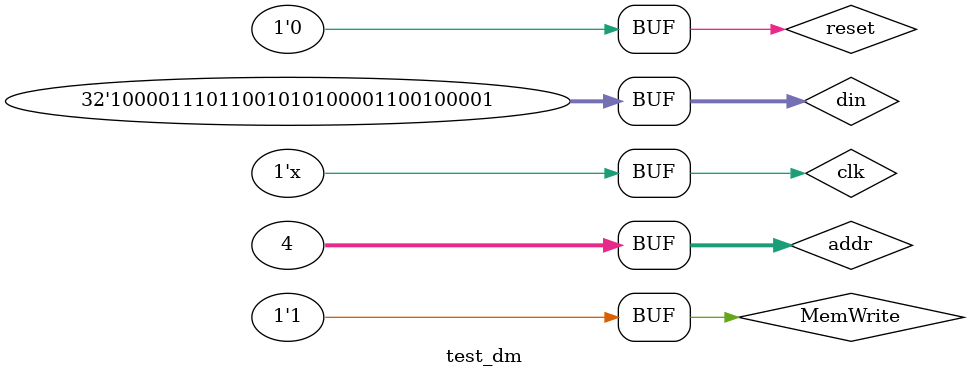
<source format=v>
module test_dm;
  
  reg clk, reset, MemWrite;
  reg [31:0] din;
  reg [31:0] addr;
  wire [31:0] dout;
  
  dm dm_1(clk, reset, MemWrite, din, addr, dout);  
  
  initial
    begin
      clk = 0;
      reset =0;
      MemWrite = 0;
      
      # 30 
      reset = 1;
      # 30 
      reset = 0;
      # 30
      MemWrite = 1;
      din = 32'h1234_5678;
      addr = 32'b0000_0000;
      # 5
      MemWrite = 0;
      # 30
      MemWrite = 1;
      din = 32'h8765_4321;
      addr = 32'b0000_0100;
      # 30
      reset = 1;
      # 30
      reset = 0;
    end
    
  always
    # 10 clk = ~clk;


endmodule


</source>
